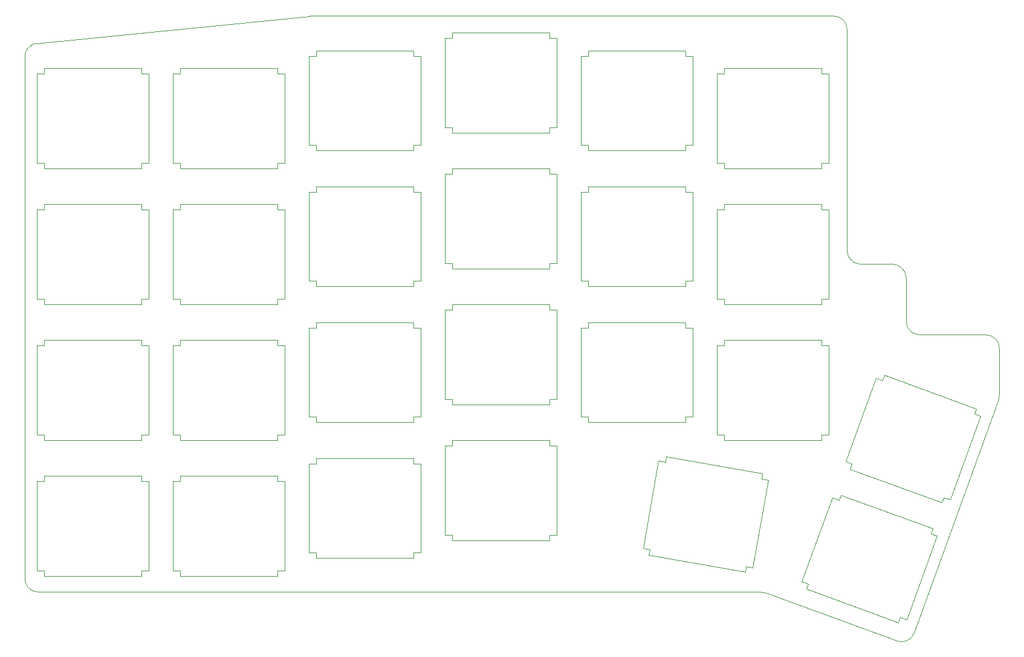
<source format=gbr>
%TF.GenerationSoftware,KiCad,Pcbnew,5.1.6-c6e7f7d~87~ubuntu20.04.1*%
%TF.CreationDate,2020-08-23T18:38:58-05:00*%
%TF.ProjectId,TopPlate,546f7050-6c61-4746-952e-6b696361645f,rev?*%
%TF.SameCoordinates,Original*%
%TF.FileFunction,Profile,NP*%
%FSLAX46Y46*%
G04 Gerber Fmt 4.6, Leading zero omitted, Abs format (unit mm)*
G04 Created by KiCad (PCBNEW 5.1.6-c6e7f7d~87~ubuntu20.04.1) date 2020-08-23 18:38:58*
%MOMM*%
%LPD*%
G01*
G04 APERTURE LIST*
%TA.AperFunction,Profile*%
%ADD10C,0.100000*%
%TD*%
%TA.AperFunction,Profile*%
%ADD11C,0.120000*%
%TD*%
G04 APERTURE END LIST*
D10*
X166370000Y-68072000D02*
G75*
G02*
X168275000Y-69977000I0J-1905000D01*
G01*
X161925000Y-68072000D02*
X166370000Y-68072000D01*
X170180000Y-77978000D02*
G75*
G02*
X168275000Y-76073000I0J1905000D01*
G01*
X161925000Y-68072000D02*
G75*
G02*
X160020000Y-66167000I0J1905000D01*
G01*
X168275000Y-69977000D02*
X168275000Y-76073000D01*
X160020000Y-35179000D02*
X160020000Y-66167000D01*
X170180000Y-77978000D02*
X179451000Y-77978000D01*
X179451000Y-77978000D02*
G75*
G02*
X181356000Y-79883000I0J-1905000D01*
G01*
X158115000Y-33274000D02*
G75*
G02*
X160020000Y-35179000I0J-1905000D01*
G01*
X44831000Y-112141000D02*
X44831000Y-38989000D01*
X147828000Y-114046000D02*
X46736000Y-114046000D01*
X46736000Y-114046000D02*
G75*
G02*
X44831000Y-112141000I0J1905000D01*
G01*
X147828000Y-114046000D02*
G75*
G02*
X148716727Y-114198250I126728J-1930249D01*
G01*
X46405200Y-37112941D02*
X84711228Y-33290711D01*
X167005002Y-120903998D02*
X148716727Y-114198250D01*
X84711228Y-33290711D02*
G75*
G02*
X84963000Y-33274000I251772J-1888289D01*
G01*
X181246010Y-86995000D02*
X169418000Y-119761000D01*
X84963000Y-33274001D02*
X158115000Y-33274000D01*
X181356000Y-79883000D02*
X181356000Y-86360000D01*
X181356000Y-86360000D02*
G75*
G02*
X181246010Y-86995000I-1887990J-1D01*
G01*
X46405200Y-37112941D02*
G75*
G03*
X44831000Y-38989000I330800J-1876059D01*
G01*
X169417998Y-119760998D02*
G75*
G02*
X167005002Y-120903998I-1777998J634998D01*
G01*
D11*
%TO.C,REF\u002A\u002A*%
X157949059Y-100829512D02*
X158841767Y-101154431D01*
X153673808Y-112575670D02*
X157949059Y-100829512D01*
X154566516Y-112900589D02*
X153673808Y-112575670D01*
X154310001Y-113605358D02*
X154566516Y-112900589D01*
X167183789Y-118291034D02*
X154310001Y-113605358D01*
X167440305Y-117586265D02*
X167183789Y-118291034D01*
X168333013Y-117911184D02*
X167440305Y-117586265D01*
X172608264Y-106165026D02*
X168333013Y-117911184D01*
X171715556Y-105840107D02*
X172608264Y-106165026D01*
X171972071Y-105135338D02*
X171715556Y-105840107D01*
X159098283Y-100449662D02*
X171972071Y-105135338D01*
X158841767Y-101154431D02*
X159098283Y-100449662D01*
X164071611Y-84007939D02*
X164964319Y-84332858D01*
X159796360Y-95754097D02*
X164071611Y-84007939D01*
X160689068Y-96079016D02*
X159796360Y-95754097D01*
X160432553Y-96783785D02*
X160689068Y-96079016D01*
X173306341Y-101469461D02*
X160432553Y-96783785D01*
X173562857Y-100764692D02*
X173306341Y-101469461D01*
X174455565Y-101089611D02*
X173562857Y-100764692D01*
X178730816Y-89343453D02*
X174455565Y-101089611D01*
X177838108Y-89018534D02*
X178730816Y-89343453D01*
X178094623Y-88313765D02*
X177838108Y-89018534D01*
X165220835Y-83628089D02*
X178094623Y-88313765D01*
X164964319Y-84332858D02*
X165220835Y-83628089D01*
X133604928Y-95620408D02*
X134540495Y-95785374D01*
X131434325Y-107930505D02*
X133604928Y-95620408D01*
X132369893Y-108095470D02*
X131434325Y-107930505D01*
X132239657Y-108834076D02*
X132369893Y-108095470D01*
X145731523Y-111213056D02*
X132239657Y-108834076D01*
X145861759Y-110474450D02*
X145731523Y-111213056D01*
X146797326Y-110639416D02*
X145861759Y-110474450D01*
X148967929Y-98329319D02*
X146797326Y-110639416D01*
X148032361Y-98164354D02*
X148967929Y-98329319D01*
X148162597Y-97425748D02*
X148032361Y-98164354D01*
X134670731Y-95046768D02*
X148162597Y-97425748D01*
X134540495Y-95785374D02*
X134670731Y-95046768D01*
X141806000Y-60425000D02*
X142756000Y-60425000D01*
X141806000Y-72925000D02*
X141806000Y-60425000D01*
X142756000Y-72925000D02*
X141806000Y-72925000D01*
X142756000Y-73675000D02*
X142756000Y-72925000D01*
X156456000Y-73675000D02*
X142756000Y-73675000D01*
X156456000Y-72925000D02*
X156456000Y-73675000D01*
X157406000Y-72925000D02*
X156456000Y-72925000D01*
X157406000Y-60425000D02*
X157406000Y-72925000D01*
X156456000Y-60425000D02*
X157406000Y-60425000D01*
X156456000Y-59675000D02*
X156456000Y-60425000D01*
X142756000Y-59675000D02*
X156456000Y-59675000D01*
X142756000Y-60425000D02*
X142756000Y-59675000D01*
X122756000Y-76975000D02*
X123706000Y-76975000D01*
X122756000Y-89475000D02*
X122756000Y-76975000D01*
X123706000Y-89475000D02*
X122756000Y-89475000D01*
X123706000Y-90225000D02*
X123706000Y-89475000D01*
X137406000Y-90225000D02*
X123706000Y-90225000D01*
X137406000Y-89475000D02*
X137406000Y-90225000D01*
X138356000Y-89475000D02*
X137406000Y-89475000D01*
X138356000Y-76975000D02*
X138356000Y-89475000D01*
X137406000Y-76975000D02*
X138356000Y-76975000D01*
X137406000Y-76225000D02*
X137406000Y-76975000D01*
X123706000Y-76225000D02*
X137406000Y-76225000D01*
X123706000Y-76975000D02*
X123706000Y-76225000D01*
X141806000Y-41375000D02*
X142756000Y-41375000D01*
X141806000Y-53875000D02*
X141806000Y-41375000D01*
X142756000Y-53875000D02*
X141806000Y-53875000D01*
X142756000Y-54625000D02*
X142756000Y-53875000D01*
X156456000Y-54625000D02*
X142756000Y-54625000D01*
X156456000Y-53875000D02*
X156456000Y-54625000D01*
X157406000Y-53875000D02*
X156456000Y-53875000D01*
X157406000Y-41375000D02*
X157406000Y-53875000D01*
X156456000Y-41375000D02*
X157406000Y-41375000D01*
X156456000Y-40625000D02*
X156456000Y-41375000D01*
X142756000Y-40625000D02*
X156456000Y-40625000D01*
X142756000Y-41375000D02*
X142756000Y-40625000D01*
X122756000Y-57925000D02*
X123706000Y-57925000D01*
X122756000Y-70425000D02*
X122756000Y-57925000D01*
X123706000Y-70425000D02*
X122756000Y-70425000D01*
X123706000Y-71175000D02*
X123706000Y-70425000D01*
X137406000Y-71175000D02*
X123706000Y-71175000D01*
X137406000Y-70425000D02*
X137406000Y-71175000D01*
X138356000Y-70425000D02*
X137406000Y-70425000D01*
X138356000Y-57925000D02*
X138356000Y-70425000D01*
X137406000Y-57925000D02*
X138356000Y-57925000D01*
X137406000Y-57175000D02*
X137406000Y-57925000D01*
X123706000Y-57175000D02*
X137406000Y-57175000D01*
X123706000Y-57925000D02*
X123706000Y-57175000D01*
X122756000Y-38875000D02*
X123706000Y-38875000D01*
X122756000Y-51375000D02*
X122756000Y-38875000D01*
X123706000Y-51375000D02*
X122756000Y-51375000D01*
X123706000Y-52125000D02*
X123706000Y-51375000D01*
X137406000Y-52125000D02*
X123706000Y-52125000D01*
X137406000Y-51375000D02*
X137406000Y-52125000D01*
X138356000Y-51375000D02*
X137406000Y-51375000D01*
X138356000Y-38875000D02*
X138356000Y-51375000D01*
X137406000Y-38875000D02*
X138356000Y-38875000D01*
X137406000Y-38125000D02*
X137406000Y-38875000D01*
X123706000Y-38125000D02*
X137406000Y-38125000D01*
X123706000Y-38875000D02*
X123706000Y-38125000D01*
X141806000Y-79475000D02*
X142756000Y-79475000D01*
X141806000Y-91975000D02*
X141806000Y-79475000D01*
X142756000Y-91975000D02*
X141806000Y-91975000D01*
X142756000Y-92725000D02*
X142756000Y-91975000D01*
X156456000Y-92725000D02*
X142756000Y-92725000D01*
X156456000Y-91975000D02*
X156456000Y-92725000D01*
X157406000Y-91975000D02*
X156456000Y-91975000D01*
X157406000Y-79475000D02*
X157406000Y-91975000D01*
X156456000Y-79475000D02*
X157406000Y-79475000D01*
X156456000Y-78725000D02*
X156456000Y-79475000D01*
X142756000Y-78725000D02*
X156456000Y-78725000D01*
X142756000Y-79475000D02*
X142756000Y-78725000D01*
X103706000Y-74475000D02*
X104656000Y-74475000D01*
X103706000Y-86975000D02*
X103706000Y-74475000D01*
X104656000Y-86975000D02*
X103706000Y-86975000D01*
X104656000Y-87725000D02*
X104656000Y-86975000D01*
X118356000Y-87725000D02*
X104656000Y-87725000D01*
X118356000Y-86975000D02*
X118356000Y-87725000D01*
X119306000Y-86975000D02*
X118356000Y-86975000D01*
X119306000Y-74475000D02*
X119306000Y-86975000D01*
X118356000Y-74475000D02*
X119306000Y-74475000D01*
X118356000Y-73725000D02*
X118356000Y-74475000D01*
X104656000Y-73725000D02*
X118356000Y-73725000D01*
X104656000Y-74475000D02*
X104656000Y-73725000D01*
X103706000Y-93525000D02*
X104656000Y-93525000D01*
X103706000Y-106025000D02*
X103706000Y-93525000D01*
X104656000Y-106025000D02*
X103706000Y-106025000D01*
X104656000Y-106775000D02*
X104656000Y-106025000D01*
X118356000Y-106775000D02*
X104656000Y-106775000D01*
X118356000Y-106025000D02*
X118356000Y-106775000D01*
X119306000Y-106025000D02*
X118356000Y-106025000D01*
X119306000Y-93525000D02*
X119306000Y-106025000D01*
X118356000Y-93525000D02*
X119306000Y-93525000D01*
X118356000Y-92775000D02*
X118356000Y-93525000D01*
X104656000Y-92775000D02*
X118356000Y-92775000D01*
X104656000Y-93525000D02*
X104656000Y-92775000D01*
X103706000Y-36375000D02*
X104656000Y-36375000D01*
X103706000Y-48875000D02*
X103706000Y-36375000D01*
X104656000Y-48875000D02*
X103706000Y-48875000D01*
X104656000Y-49625000D02*
X104656000Y-48875000D01*
X118356000Y-49625000D02*
X104656000Y-49625000D01*
X118356000Y-48875000D02*
X118356000Y-49625000D01*
X119306000Y-48875000D02*
X118356000Y-48875000D01*
X119306000Y-36375000D02*
X119306000Y-48875000D01*
X118356000Y-36375000D02*
X119306000Y-36375000D01*
X118356000Y-35625000D02*
X118356000Y-36375000D01*
X104656000Y-35625000D02*
X118356000Y-35625000D01*
X104656000Y-36375000D02*
X104656000Y-35625000D01*
X103706000Y-55425000D02*
X104656000Y-55425000D01*
X103706000Y-67925000D02*
X103706000Y-55425000D01*
X104656000Y-67925000D02*
X103706000Y-67925000D01*
X104656000Y-68675000D02*
X104656000Y-67925000D01*
X118356000Y-68675000D02*
X104656000Y-68675000D01*
X118356000Y-67925000D02*
X118356000Y-68675000D01*
X119306000Y-67925000D02*
X118356000Y-67925000D01*
X119306000Y-55425000D02*
X119306000Y-67925000D01*
X118356000Y-55425000D02*
X119306000Y-55425000D01*
X118356000Y-54675000D02*
X118356000Y-55425000D01*
X104656000Y-54675000D02*
X118356000Y-54675000D01*
X104656000Y-55425000D02*
X104656000Y-54675000D01*
X65606000Y-60425000D02*
X66556000Y-60425000D01*
X65606000Y-72925000D02*
X65606000Y-60425000D01*
X66556000Y-72925000D02*
X65606000Y-72925000D01*
X66556000Y-73675000D02*
X66556000Y-72925000D01*
X80256000Y-73675000D02*
X66556000Y-73675000D01*
X80256000Y-72925000D02*
X80256000Y-73675000D01*
X81206000Y-72925000D02*
X80256000Y-72925000D01*
X81206000Y-60425000D02*
X81206000Y-72925000D01*
X80256000Y-60425000D02*
X81206000Y-60425000D01*
X80256000Y-59675000D02*
X80256000Y-60425000D01*
X66556000Y-59675000D02*
X80256000Y-59675000D01*
X66556000Y-60425000D02*
X66556000Y-59675000D01*
X65606000Y-79475000D02*
X66556000Y-79475000D01*
X65606000Y-91975000D02*
X65606000Y-79475000D01*
X66556000Y-91975000D02*
X65606000Y-91975000D01*
X66556000Y-92725000D02*
X66556000Y-91975000D01*
X80256000Y-92725000D02*
X66556000Y-92725000D01*
X80256000Y-91975000D02*
X80256000Y-92725000D01*
X81206000Y-91975000D02*
X80256000Y-91975000D01*
X81206000Y-79475000D02*
X81206000Y-91975000D01*
X80256000Y-79475000D02*
X81206000Y-79475000D01*
X80256000Y-78725000D02*
X80256000Y-79475000D01*
X66556000Y-78725000D02*
X80256000Y-78725000D01*
X66556000Y-79475000D02*
X66556000Y-78725000D01*
X65606000Y-98525000D02*
X66556000Y-98525000D01*
X65606000Y-111025000D02*
X65606000Y-98525000D01*
X66556000Y-111025000D02*
X65606000Y-111025000D01*
X66556000Y-111775000D02*
X66556000Y-111025000D01*
X80256000Y-111775000D02*
X66556000Y-111775000D01*
X80256000Y-111025000D02*
X80256000Y-111775000D01*
X81206000Y-111025000D02*
X80256000Y-111025000D01*
X81206000Y-98525000D02*
X81206000Y-111025000D01*
X80256000Y-98525000D02*
X81206000Y-98525000D01*
X80256000Y-97775000D02*
X80256000Y-98525000D01*
X66556000Y-97775000D02*
X80256000Y-97775000D01*
X66556000Y-98525000D02*
X66556000Y-97775000D01*
X65606000Y-41375000D02*
X66556000Y-41375000D01*
X65606000Y-53875000D02*
X65606000Y-41375000D01*
X66556000Y-53875000D02*
X65606000Y-53875000D01*
X66556000Y-54625000D02*
X66556000Y-53875000D01*
X80256000Y-54625000D02*
X66556000Y-54625000D01*
X80256000Y-53875000D02*
X80256000Y-54625000D01*
X81206000Y-53875000D02*
X80256000Y-53875000D01*
X81206000Y-41375000D02*
X81206000Y-53875000D01*
X80256000Y-41375000D02*
X81206000Y-41375000D01*
X80256000Y-40625000D02*
X80256000Y-41375000D01*
X66556000Y-40625000D02*
X80256000Y-40625000D01*
X66556000Y-41375000D02*
X66556000Y-40625000D01*
X84656000Y-38875000D02*
X85606000Y-38875000D01*
X84656000Y-51375000D02*
X84656000Y-38875000D01*
X85606000Y-51375000D02*
X84656000Y-51375000D01*
X85606000Y-52125000D02*
X85606000Y-51375000D01*
X99306000Y-52125000D02*
X85606000Y-52125000D01*
X99306000Y-51375000D02*
X99306000Y-52125000D01*
X100256000Y-51375000D02*
X99306000Y-51375000D01*
X100256000Y-38875000D02*
X100256000Y-51375000D01*
X99306000Y-38875000D02*
X100256000Y-38875000D01*
X99306000Y-38125000D02*
X99306000Y-38875000D01*
X85606000Y-38125000D02*
X99306000Y-38125000D01*
X85606000Y-38875000D02*
X85606000Y-38125000D01*
X84656000Y-57925000D02*
X85606000Y-57925000D01*
X84656000Y-70425000D02*
X84656000Y-57925000D01*
X85606000Y-70425000D02*
X84656000Y-70425000D01*
X85606000Y-71175000D02*
X85606000Y-70425000D01*
X99306000Y-71175000D02*
X85606000Y-71175000D01*
X99306000Y-70425000D02*
X99306000Y-71175000D01*
X100256000Y-70425000D02*
X99306000Y-70425000D01*
X100256000Y-57925000D02*
X100256000Y-70425000D01*
X99306000Y-57925000D02*
X100256000Y-57925000D01*
X99306000Y-57175000D02*
X99306000Y-57925000D01*
X85606000Y-57175000D02*
X99306000Y-57175000D01*
X85606000Y-57925000D02*
X85606000Y-57175000D01*
X84656000Y-96025000D02*
X85606000Y-96025000D01*
X84656000Y-108525000D02*
X84656000Y-96025000D01*
X85606000Y-108525000D02*
X84656000Y-108525000D01*
X85606000Y-109275000D02*
X85606000Y-108525000D01*
X99306000Y-109275000D02*
X85606000Y-109275000D01*
X99306000Y-108525000D02*
X99306000Y-109275000D01*
X100256000Y-108525000D02*
X99306000Y-108525000D01*
X100256000Y-96025000D02*
X100256000Y-108525000D01*
X99306000Y-96025000D02*
X100256000Y-96025000D01*
X99306000Y-95275000D02*
X99306000Y-96025000D01*
X85606000Y-95275000D02*
X99306000Y-95275000D01*
X85606000Y-96025000D02*
X85606000Y-95275000D01*
X84656000Y-76975000D02*
X85606000Y-76975000D01*
X84656000Y-89475000D02*
X84656000Y-76975000D01*
X85606000Y-89475000D02*
X84656000Y-89475000D01*
X85606000Y-90225000D02*
X85606000Y-89475000D01*
X99306000Y-90225000D02*
X85606000Y-90225000D01*
X99306000Y-89475000D02*
X99306000Y-90225000D01*
X100256000Y-89475000D02*
X99306000Y-89475000D01*
X100256000Y-76975000D02*
X100256000Y-89475000D01*
X99306000Y-76975000D02*
X100256000Y-76975000D01*
X99306000Y-76225000D02*
X99306000Y-76975000D01*
X85606000Y-76225000D02*
X99306000Y-76225000D01*
X85606000Y-76975000D02*
X85606000Y-76225000D01*
X46556000Y-41375000D02*
X47506000Y-41375000D01*
X46556000Y-53875000D02*
X46556000Y-41375000D01*
X47506000Y-53875000D02*
X46556000Y-53875000D01*
X47506000Y-54625000D02*
X47506000Y-53875000D01*
X61206000Y-54625000D02*
X47506000Y-54625000D01*
X61206000Y-53875000D02*
X61206000Y-54625000D01*
X62156000Y-53875000D02*
X61206000Y-53875000D01*
X62156000Y-41375000D02*
X62156000Y-53875000D01*
X61206000Y-41375000D02*
X62156000Y-41375000D01*
X61206000Y-40625000D02*
X61206000Y-41375000D01*
X47506000Y-40625000D02*
X61206000Y-40625000D01*
X47506000Y-41375000D02*
X47506000Y-40625000D01*
X46556000Y-60425000D02*
X47506000Y-60425000D01*
X46556000Y-72925000D02*
X46556000Y-60425000D01*
X47506000Y-72925000D02*
X46556000Y-72925000D01*
X47506000Y-73675000D02*
X47506000Y-72925000D01*
X61206000Y-73675000D02*
X47506000Y-73675000D01*
X61206000Y-72925000D02*
X61206000Y-73675000D01*
X62156000Y-72925000D02*
X61206000Y-72925000D01*
X62156000Y-60425000D02*
X62156000Y-72925000D01*
X61206000Y-60425000D02*
X62156000Y-60425000D01*
X61206000Y-59675000D02*
X61206000Y-60425000D01*
X47506000Y-59675000D02*
X61206000Y-59675000D01*
X47506000Y-60425000D02*
X47506000Y-59675000D01*
X46556000Y-79475000D02*
X47506000Y-79475000D01*
X46556000Y-91975000D02*
X46556000Y-79475000D01*
X47506000Y-91975000D02*
X46556000Y-91975000D01*
X47506000Y-92725000D02*
X47506000Y-91975000D01*
X61206000Y-92725000D02*
X47506000Y-92725000D01*
X61206000Y-91975000D02*
X61206000Y-92725000D01*
X62156000Y-91975000D02*
X61206000Y-91975000D01*
X62156000Y-79475000D02*
X62156000Y-91975000D01*
X61206000Y-79475000D02*
X62156000Y-79475000D01*
X61206000Y-78725000D02*
X61206000Y-79475000D01*
X47506000Y-78725000D02*
X61206000Y-78725000D01*
X47506000Y-79475000D02*
X47506000Y-78725000D01*
X46556000Y-98525000D02*
X47506000Y-98525000D01*
X46556000Y-111025000D02*
X46556000Y-98525000D01*
X47506000Y-111025000D02*
X46556000Y-111025000D01*
X47506000Y-111775000D02*
X47506000Y-111025000D01*
X61206000Y-111775000D02*
X47506000Y-111775000D01*
X61206000Y-111025000D02*
X61206000Y-111775000D01*
X62156000Y-111025000D02*
X61206000Y-111025000D01*
X62156000Y-98525000D02*
X62156000Y-111025000D01*
X61206000Y-98525000D02*
X62156000Y-98525000D01*
X61206000Y-97775000D02*
X61206000Y-98525000D01*
X47506000Y-97775000D02*
X61206000Y-97775000D01*
X47506000Y-98525000D02*
X47506000Y-97775000D01*
%TD*%
M02*

</source>
